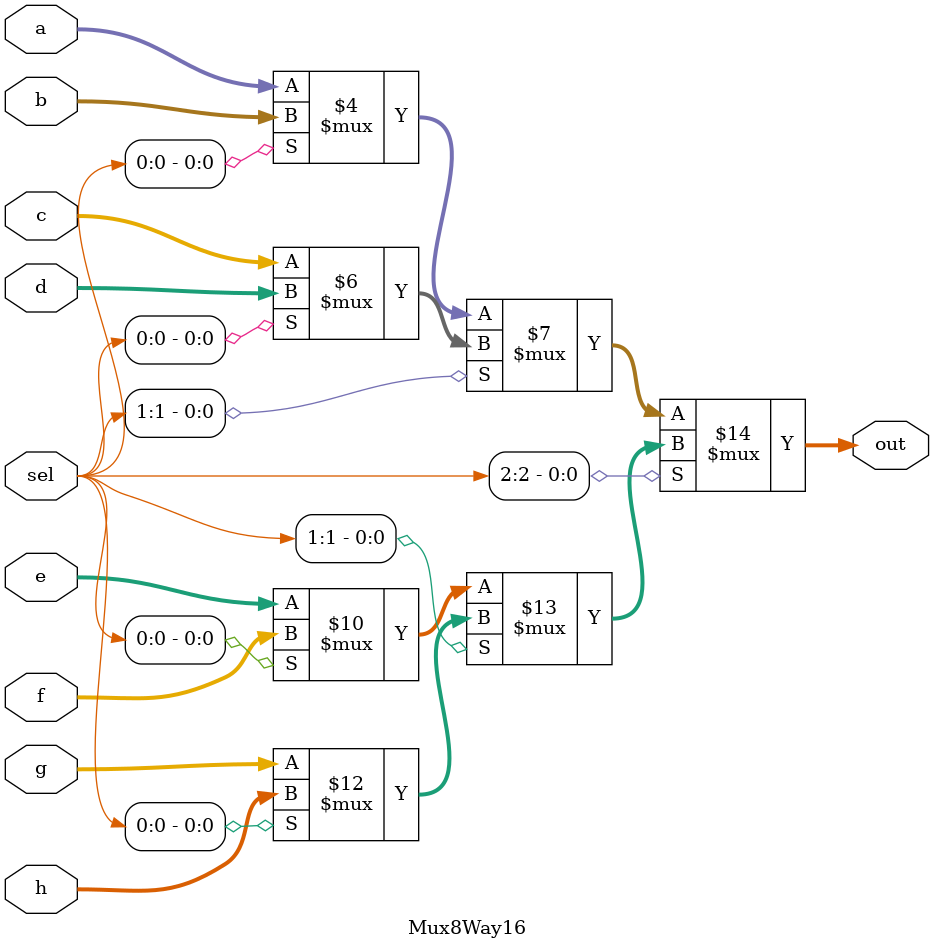
<source format=v>
module Mux8Way16(
    input [15:0] a, b, c, d, e, f, g, h,
    input [2:0] sel,
    output [15:0] out
);


    assign out = (sel[2] == 0) ? (sel[1] == 0 ? (sel[0] == 0 ? a : b) : (sel[0] == 0 ? c : d)) : (sel[1] == 0 ? (sel[0] == 0 ? e : f) : (sel[0] == 0 ? g : h));

endmodule

</source>
